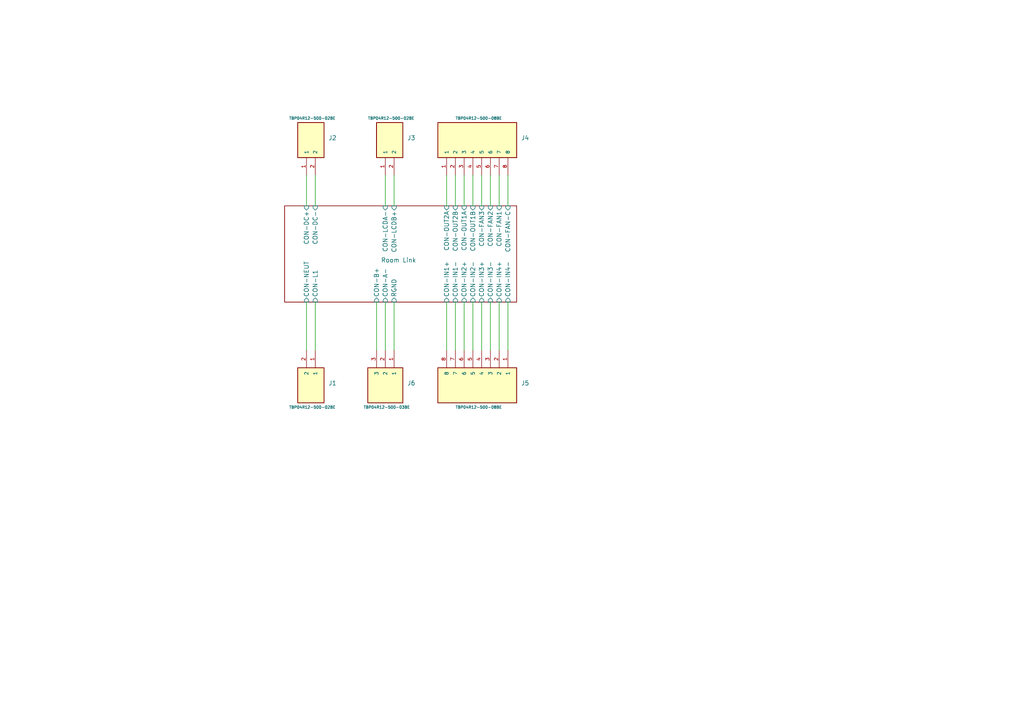
<source format=kicad_sch>
(kicad_sch (version 20230121) (generator eeschema)
  (paper "A4")
  (lib_symbols
    (symbol "TBP04R12-500-02BE:TBP04R12-500-02BE" (pin_names (offset 1.016))
      (property "Reference" "J" (at -5.08 5.08 0))
      (property "Value" "TBP04R12-500-02BE" (at -5.08 -7.62 0))
      (symbol "TBP04R12-500-02BE_0_0"
        (rectangle (start -5.08 -5.08) (end 5.08 2.54) (stroke (width 0.254)) (fill (type background)))
        (pin passive line (at -10.16 0 0) (length 5.08) (name "1") (number "1"))
        (pin passive line (at -10.16 -2.54 0) (length 5.08) (name "2") (number "2"))
      )
    )
    (symbol "TBP04R12-500-03BE:TBP04R12-500-03BE" (pin_names (offset 1.016))
      (property "Reference" "J" (at -5.08 7.62 0))
      (property "Value" "TBP04R12-500-03BE" (at -5.08 -7.62 0))
      (symbol "TBP04R12-500-03BE_0_0"
        (rectangle (start -5.08 -5.08) (end 5.08 5.08) (stroke (width 0.254)) (fill (type background)))
        (pin passive line (at -10.16 2.54 0) (length 5.08) (name "1") (number "1"))
        (pin passive line (at -10.16 0 0) (length 5.08) (name "2") (number "2"))
        (pin passive line (at -10.16 -2.54 0) (length 5.08) (name "3") (number "3"))
      )
    )
    (symbol "TBP04R12-500-08BE:TBP04R12-500-08BE" (pin_names (offset 1.016))
      (property "Reference" "J" (at -5.08 12.7 0))
      (property "Value" "TBP04R12-500-08BE" (at -5.08 -15.24 0))
      (symbol "TBP04R12-500-08BE_0_0"
        (rectangle (start -5.08 -12.7) (end 5.08 10.16) (stroke (width 0.254)) (fill (type background)))
        (pin passive line (at -10.16 7.62 0) (length 5.08) (name "1") (number "1"))
        (pin passive line (at -10.16 5.08 0) (length 5.08) (name "2") (number "2"))
        (pin passive line (at -10.16 2.54 0) (length 5.08) (name "3") (number "3"))
        (pin passive line (at -10.16 0 0) (length 5.08) (name "4") (number "4"))
        (pin passive line (at -10.16 -2.54 0) (length 5.08) (name "5") (number "5"))
        (pin passive line (at -10.16 -5.08 0) (length 5.08) (name "6") (number "6"))
        (pin passive line (at -10.16 -7.62 0) (length 5.08) (name "7") (number "7"))
        (pin passive line (at -10.16 -10.16 0) (length 5.08) (name "8") (number "8"))
      )
    )
  )
  (wire (pts (xy 144.78 50.8) (xy 144.78 59.69)))
  (wire (pts (xy 139.7 50.8) (xy 139.7 59.69)))
  (wire (pts (xy 147.32 50.8) (xy 147.32 59.69)))
  (wire (pts (xy 132.08 87.63) (xy 132.08 101.6)))
  (wire (pts (xy 139.7 87.63) (xy 139.7 101.6)))
  (wire (pts (xy 114.3 50.8) (xy 114.3 59.69)))
  (wire (pts (xy 134.62 87.63) (xy 134.62 101.6)))
  (wire (pts (xy 109.22 87.63) (xy 109.22 101.6)))
  (wire (pts (xy 111.76 87.63) (xy 111.76 101.6)))
  (wire (pts (xy 91.44 87.63) (xy 91.44 101.6)))
  (wire (pts (xy 142.24 87.63) (xy 142.24 101.6)))
  (wire (pts (xy 88.9 50.8) (xy 88.9 59.69)))
  (wire (pts (xy 144.78 87.63) (xy 144.78 101.6)))
  (wire (pts (xy 111.76 50.8) (xy 111.76 59.69)))
  (wire (pts (xy 88.9 87.63) (xy 88.9 101.6)))
  (wire (pts (xy 91.44 50.8) (xy 91.44 59.69)))
  (wire (pts (xy 147.32 87.63) (xy 147.32 101.6)))
  (wire (pts (xy 137.16 50.8) (xy 137.16 59.69)))
  (wire (pts (xy 132.08 50.8) (xy 132.08 59.69)))
  (wire (pts (xy 137.16 87.63) (xy 137.16 101.6)))
  (wire (pts (xy 129.54 50.8) (xy 129.54 59.69)))
  (wire (pts (xy 134.62 50.8) (xy 134.62 59.69)))
  (wire (pts (xy 142.24 50.8) (xy 142.24 59.69)))
  (wire (pts (xy 129.54 87.63) (xy 129.54 101.6)))
  (wire (pts (xy 114.3 87.63) (xy 114.3 101.6)))
  (symbol (lib_id "TBP04R12-500-03BE:TBP04R12-500-03BE") (at 111.76 111.76 270) (unit 1)
    (property "Reference" "J6" (at 118.11 111.125 90) (effects (justify left)))
    (property "Value" "TBP04R12-500-03BE" (at 105.41 118.11 90) (effects (font (size 0.8 0.8)) (justify left)))
    (property "Footprint" "TBP04R12-500-03BE:CUI_TBP04R12-500-03BE" (effects hide))
    (property "PARTREV" "1.0" (effects hide))
    (property "STANDARD" "Manufacturer Recommendations" (effects hide))
    (property "MAXIMUM_PACKAGE_HEIGHT" "8.50mm" (effects hide))
    (property "MANUFACTURER" "CUI Devices" (effects hide))
  )
  (symbol (lib_id "TBP04R12-500-02BE:TBP04R12-500-02BE") (at 111.76 40.64 90) (unit 1)
    (property "Reference" "J3" (at 118.11 40.005 90) (effects (justify right)))
    (property "Value" "TBP04R12-500-02BE" (at 106.68 34.29 90) (effects (font (size 0.8 0.8)) (justify right)))
    (property "Footprint" "TBP04R12-500-02BE:CUI_TBP04R12-500-02BE" (effects hide))
    (property "PARTREV" "1.0" (effects hide))
    (property "STANDARD" "Manufacturer Recommendations" (effects hide))
    (property "MAXIMUM_PACKAGE_HEIGHT" "8.50mm" (effects hide))
    (property "MANUFACTURER" "CUI Devices" (effects hide))
  )
  (symbol (lib_id "TBP04R12-500-08BE:TBP04R12-500-08BE") (at 137.16 40.64 90) (unit 1)
    (property "Reference" "J4" (at 151.13 40.005 90) (effects (justify right)))
    (property "Value" "TBP04R12-500-08BE" (at 132.08 34.29 90) (effects (font (size 0.8 0.8)) (justify right)))
    (property "Footprint" "TBP04R12-500-08BE:CUI_TBP04R12-500-08BE" (effects hide))
    (property "PARTREV" "1.0" (effects hide))
    (property "STANDARD" "Manufacturer Recommendations" (effects hide))
    (property "MAXIMUM_PACKAGE_HEIGHT" "8.50mm" (effects hide))
    (property "MANUFACTURER" "CUI Devices" (effects hide))
  )
  (symbol (lib_id "TBP04R12-500-02BE:TBP04R12-500-02BE") (at 91.44 111.76 270) (unit 1)
    (property "Reference" "J1" (at 95.25 111.125 90) (effects (justify left)))
    (property "Value" "TBP04R12-500-02BE" (at 83.82 118.11 90) (effects (font (size 0.8 0.8)) (justify left)))
    (property "Footprint" "TBP04R12-500-02BE:CUI_TBP04R12-500-02BE" (effects hide))
    (property "PARTREV" "1.0" (effects hide))
    (property "STANDARD" "Manufacturer Recommendations" (effects hide))
    (property "MAXIMUM_PACKAGE_HEIGHT" "8.50mm" (effects hide))
    (property "MANUFACTURER" "CUI Devices" (effects hide))
  )
  (symbol (lib_id "TBP04R12-500-08BE:TBP04R12-500-08BE") (at 139.7 111.76 270) (unit 1)
    (property "Reference" "J5" (at 151.13 111.125 90) (effects (justify left)))
    (property "Value" "TBP04R12-500-08BE" (at 132.08 118.11 90) (effects (font (size 0.8 0.8)) (justify left)))
    (property "Footprint" "TBP04R12-500-08BE:CUI_TBP04R12-500-08BE" (effects hide))
    (property "PARTREV" "1.0" (effects hide))
    (property "STANDARD" "Manufacturer Recommendations" (effects hide))
    (property "MAXIMUM_PACKAGE_HEIGHT" "8.50mm" (effects hide))
    (property "MANUFACTURER" "CUI Devices" (effects hide))
  )
  (symbol (lib_id "TBP04R12-500-02BE:TBP04R12-500-02BE") (at 88.9 40.64 90) (unit 1)
    (property "Reference" "J2" (at 95.25 40.005 90) (effects (justify right)))
    (property "Value" "TBP04R12-500-02BE" (at 83.82 34.29 90) (effects (font (size 0.8 0.8)) (justify right)))
    (property "Footprint" "TBP04R12-500-02BE:CUI_TBP04R12-500-02BE" (effects hide))
    (property "PARTREV" "1.0" (effects hide))
    (property "STANDARD" "Manufacturer Recommendations" (effects hide))
    (property "MAXIMUM_PACKAGE_HEIGHT" "8.50mm" (effects hide))
    (property "MANUFACTURER" "CUI Devices" (effects hide))
  )
  (sheet (at 82.55 59.69) (size 67.31 27.94) (stroke (width 0.1524))
    (property "Sheetname" "Room Link" (at 110.49 76.2 0) (effects (justify left bottom)))
    (property "Sheetfile" "Case.kicad_sch" (effects hide))
    (pin "CON-FAN2" input (at 142.24 59.69 90))
    (pin "CON-OUT2B" input (at 132.08 59.69 90))
    (pin "CON-OUT2A" input (at 129.54 59.69 90))
    (pin "CON-OUT1A" input (at 134.62 59.69 90))
    (pin "CON-OUT1B" input (at 137.16 59.69 90))
    (pin "CON-FAN3" input (at 139.7 59.69 90))
    (pin "CON-DC-" input (at 91.44 59.69 90))
    (pin "CON-DC+" input (at 88.9 59.69 90))
    (pin "CON-L1" input (at 91.44 87.63 270))
    (pin "CON-NEUT" input (at 88.9 87.63 270))
    (pin "CON-FAN1" input (at 144.78 59.69 90))
    (pin "CON-IN4+" input (at 144.78 87.63 270))
    (pin "CON-IN4-" input (at 147.32 87.63 270))
    (pin "CON-IN3-" input (at 142.24 87.63 270))
    (pin "CON-FAN-C" input (at 147.32 59.69 90))
    (pin "CON-LCDA-" input (at 111.76 59.69 90))
    (pin "CON-A-" input (at 111.76 87.63 270))
    (pin "CON-B+" input (at 109.22 87.63 270))
    (pin "CON-LCDB+" input (at 114.3 59.69 90))
    (pin "RGND" input (at 114.3 87.63 270))
    (pin "CON-IN2-" input (at 137.16 87.63 270))
    (pin "CON-IN3+" input (at 139.7 87.63 270))
    (pin "CON-IN1+" input (at 129.54 87.63 270))
    (pin "CON-IN2+" input (at 134.62 87.63 270))
    (pin "CON-IN1-" input (at 132.08 87.63 270))
  )
)
</source>
